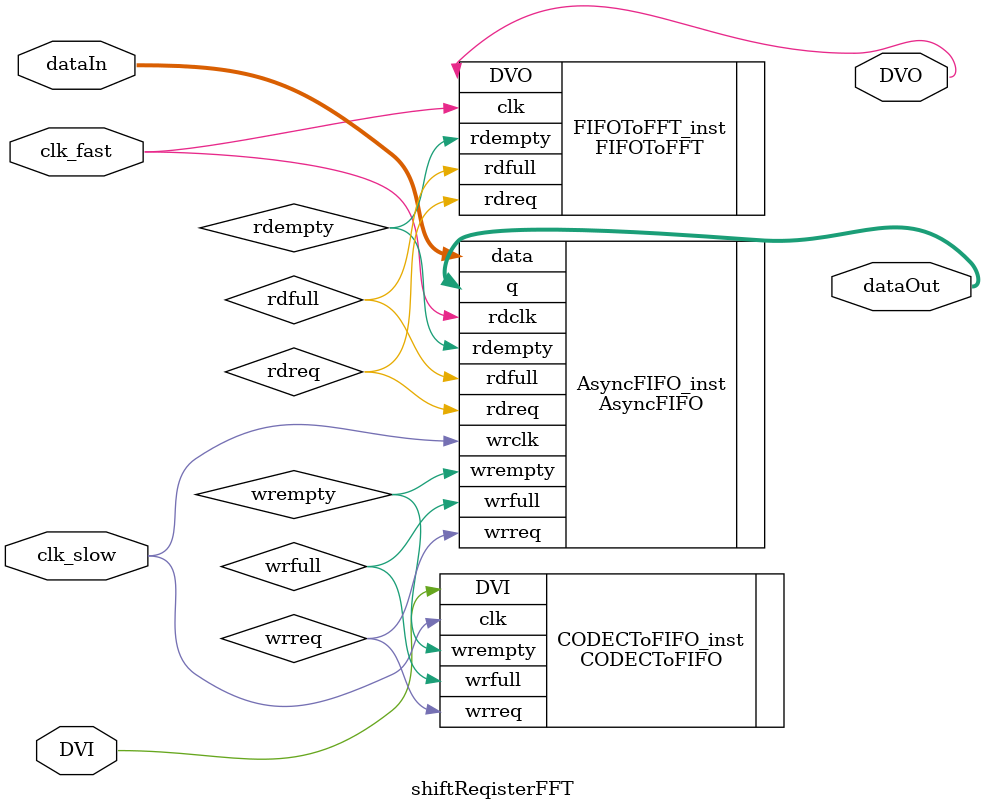
<source format=v>
module shiftReqisterFFT(
                  clk_slow,
						clk_fast,
						DVI,
						dataIn,
						DVO,
						dataOut
                    );
						  
	input clk_slow, clk_fast, DVI;
	input[15:0] dataIn;
	
	output DVO;
	output [15:0] dataOut;
	
	wire rdreq, rdempty, rdfull;
	wire wrreq, wrempty, wrfull;
	
	
	AsyncFIFO	AsyncFIFO_inst (
	.data (dataIn),
	.rdclk (clk_fast),
	.rdreq (rdreq),
	.wrclk (clk_slow),
	.wrreq (wrreq),
	.q (dataOut),
	.rdempty (rdempty),
	.rdfull (rdfull),
	.wrempty(wrempty), 
	.wrfull (wrfull)
	);
	
	FIFOToFFT FIFOToFFT_inst (
	.clk (clk_fast),
	.DVO (DVO),
	.rdreq (rdreq),
	.rdempty(rdempty),
	.rdfull(rdfull)
	);
	
	CODECToFIFO CODECToFIFO_inst (
	.clk (clk_slow),
	.DVI (DVI),
	.wrreq (wrreq),
	.wrfull (wrfull),
	.wrempty (wrempty)
	);
	


endmodule
</source>
